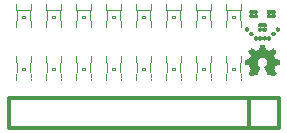
<source format=gto>
G04 (created by PCBNEW (2013-01-15 BZR 3905)-testing) date Thu 17 Jan 2013 07:41:06 PM CET*
%MOIN*%
G04 Gerber Fmt 3.4, Leading zero omitted, Abs format*
%FSLAX34Y34*%
G01*
G70*
G90*
G04 APERTURE LIST*
%ADD10C,0.006*%
%ADD11C,0.012*%
%ADD12C,0.0001*%
%ADD13C,0.0026*%
%ADD14C,0.004*%
%ADD15C,0.002*%
%ADD16R,0.06X0.06*%
%ADD17C,0.06*%
%ADD18R,0.0472X0.0472*%
G04 APERTURE END LIST*
G54D10*
G54D11*
X31500Y-36500D02*
X31500Y-35500D01*
X31500Y-35500D02*
X40500Y-35500D01*
X40500Y-35500D02*
X40500Y-36500D01*
X31500Y-36500D02*
X40500Y-36500D01*
X39500Y-36500D02*
X39500Y-35500D01*
G54D12*
G36*
X39602Y-34781D02*
X39609Y-34778D01*
X39622Y-34769D01*
X39642Y-34756D01*
X39665Y-34741D01*
X39689Y-34725D01*
X39708Y-34712D01*
X39722Y-34703D01*
X39727Y-34700D01*
X39730Y-34701D01*
X39741Y-34707D01*
X39757Y-34715D01*
X39767Y-34720D01*
X39782Y-34726D01*
X39789Y-34728D01*
X39790Y-34726D01*
X39796Y-34714D01*
X39804Y-34695D01*
X39815Y-34669D01*
X39828Y-34639D01*
X39842Y-34607D01*
X39855Y-34574D01*
X39868Y-34543D01*
X39880Y-34514D01*
X39889Y-34491D01*
X39895Y-34475D01*
X39898Y-34468D01*
X39897Y-34467D01*
X39890Y-34460D01*
X39877Y-34450D01*
X39849Y-34427D01*
X39821Y-34393D01*
X39804Y-34354D01*
X39799Y-34310D01*
X39803Y-34270D01*
X39819Y-34232D01*
X39846Y-34197D01*
X39879Y-34171D01*
X39917Y-34155D01*
X39960Y-34150D01*
X40001Y-34154D01*
X40040Y-34170D01*
X40075Y-34196D01*
X40090Y-34213D01*
X40110Y-34249D01*
X40122Y-34286D01*
X40123Y-34295D01*
X40121Y-34337D01*
X40109Y-34377D01*
X40087Y-34412D01*
X40057Y-34441D01*
X40053Y-34444D01*
X40039Y-34455D01*
X40029Y-34462D01*
X40022Y-34468D01*
X40075Y-34595D01*
X40083Y-34615D01*
X40098Y-34650D01*
X40110Y-34680D01*
X40121Y-34704D01*
X40128Y-34720D01*
X40131Y-34726D01*
X40131Y-34726D01*
X40136Y-34727D01*
X40145Y-34724D01*
X40163Y-34715D01*
X40175Y-34709D01*
X40188Y-34703D01*
X40194Y-34700D01*
X40200Y-34703D01*
X40213Y-34711D01*
X40231Y-34724D01*
X40254Y-34739D01*
X40276Y-34754D01*
X40296Y-34767D01*
X40310Y-34777D01*
X40317Y-34780D01*
X40318Y-34780D01*
X40325Y-34777D01*
X40336Y-34767D01*
X40353Y-34751D01*
X40378Y-34727D01*
X40382Y-34723D01*
X40402Y-34703D01*
X40418Y-34685D01*
X40429Y-34673D01*
X40433Y-34668D01*
X40433Y-34668D01*
X40429Y-34661D01*
X40420Y-34646D01*
X40407Y-34626D01*
X40391Y-34602D01*
X40349Y-34541D01*
X40372Y-34484D01*
X40379Y-34466D01*
X40388Y-34444D01*
X40395Y-34429D01*
X40398Y-34422D01*
X40405Y-34420D01*
X40420Y-34416D01*
X40443Y-34412D01*
X40471Y-34407D01*
X40497Y-34402D01*
X40520Y-34397D01*
X40537Y-34394D01*
X40545Y-34393D01*
X40547Y-34391D01*
X40548Y-34388D01*
X40549Y-34380D01*
X40550Y-34365D01*
X40550Y-34343D01*
X40550Y-34310D01*
X40550Y-34307D01*
X40550Y-34276D01*
X40549Y-34251D01*
X40548Y-34236D01*
X40547Y-34229D01*
X40547Y-34229D01*
X40540Y-34227D01*
X40523Y-34224D01*
X40500Y-34219D01*
X40472Y-34214D01*
X40470Y-34214D01*
X40442Y-34208D01*
X40419Y-34203D01*
X40402Y-34200D01*
X40395Y-34197D01*
X40394Y-34195D01*
X40388Y-34184D01*
X40380Y-34167D01*
X40371Y-34146D01*
X40362Y-34124D01*
X40354Y-34104D01*
X40349Y-34090D01*
X40347Y-34083D01*
X40347Y-34083D01*
X40351Y-34076D01*
X40361Y-34062D01*
X40375Y-34042D01*
X40391Y-34018D01*
X40392Y-34016D01*
X40408Y-33992D01*
X40421Y-33972D01*
X40430Y-33958D01*
X40433Y-33952D01*
X40433Y-33951D01*
X40428Y-33944D01*
X40416Y-33931D01*
X40398Y-33913D01*
X40378Y-33892D01*
X40371Y-33886D01*
X40348Y-33863D01*
X40332Y-33849D01*
X40322Y-33841D01*
X40318Y-33839D01*
X40317Y-33839D01*
X40310Y-33843D01*
X40295Y-33853D01*
X40275Y-33867D01*
X40251Y-33883D01*
X40250Y-33884D01*
X40226Y-33900D01*
X40206Y-33914D01*
X40192Y-33923D01*
X40186Y-33926D01*
X40185Y-33926D01*
X40176Y-33924D01*
X40159Y-33918D01*
X40138Y-33910D01*
X40116Y-33901D01*
X40096Y-33893D01*
X40082Y-33886D01*
X40075Y-33882D01*
X40074Y-33882D01*
X40072Y-33873D01*
X40068Y-33855D01*
X40063Y-33831D01*
X40057Y-33802D01*
X40056Y-33798D01*
X40051Y-33769D01*
X40047Y-33746D01*
X40043Y-33730D01*
X40042Y-33723D01*
X40038Y-33723D01*
X40024Y-33722D01*
X40003Y-33721D01*
X39977Y-33721D01*
X39951Y-33721D01*
X39925Y-33721D01*
X39903Y-33722D01*
X39887Y-33723D01*
X39880Y-33725D01*
X39880Y-33725D01*
X39878Y-33734D01*
X39874Y-33751D01*
X39869Y-33776D01*
X39863Y-33805D01*
X39862Y-33810D01*
X39857Y-33838D01*
X39852Y-33861D01*
X39849Y-33877D01*
X39847Y-33883D01*
X39845Y-33884D01*
X39833Y-33890D01*
X39814Y-33897D01*
X39791Y-33907D01*
X39737Y-33929D01*
X39671Y-33883D01*
X39665Y-33879D01*
X39641Y-33863D01*
X39621Y-33850D01*
X39607Y-33841D01*
X39602Y-33838D01*
X39601Y-33838D01*
X39595Y-33844D01*
X39582Y-33856D01*
X39564Y-33874D01*
X39543Y-33894D01*
X39527Y-33910D01*
X39509Y-33928D01*
X39498Y-33941D01*
X39491Y-33949D01*
X39489Y-33954D01*
X39490Y-33957D01*
X39494Y-33964D01*
X39504Y-33978D01*
X39517Y-33999D01*
X39533Y-34022D01*
X39547Y-34042D01*
X39561Y-34064D01*
X39570Y-34080D01*
X39574Y-34087D01*
X39573Y-34091D01*
X39568Y-34104D01*
X39560Y-34123D01*
X39550Y-34147D01*
X39527Y-34199D01*
X39493Y-34206D01*
X39472Y-34210D01*
X39443Y-34215D01*
X39415Y-34221D01*
X39371Y-34229D01*
X39370Y-34388D01*
X39377Y-34391D01*
X39383Y-34393D01*
X39399Y-34397D01*
X39422Y-34401D01*
X39449Y-34406D01*
X39473Y-34411D01*
X39496Y-34415D01*
X39513Y-34418D01*
X39520Y-34420D01*
X39522Y-34422D01*
X39528Y-34434D01*
X39536Y-34452D01*
X39545Y-34473D01*
X39555Y-34496D01*
X39563Y-34516D01*
X39569Y-34532D01*
X39571Y-34540D01*
X39568Y-34546D01*
X39559Y-34560D01*
X39546Y-34580D01*
X39530Y-34603D01*
X39514Y-34626D01*
X39501Y-34646D01*
X39491Y-34660D01*
X39488Y-34667D01*
X39490Y-34671D01*
X39499Y-34682D01*
X39516Y-34700D01*
X39542Y-34726D01*
X39547Y-34730D01*
X39567Y-34750D01*
X39585Y-34766D01*
X39597Y-34777D01*
X39602Y-34781D01*
X39602Y-34781D01*
G37*
G36*
X40183Y-33586D02*
X40198Y-33584D01*
X40211Y-33580D01*
X40217Y-33577D01*
X40230Y-33568D01*
X40240Y-33557D01*
X40247Y-33545D01*
X40252Y-33531D01*
X40255Y-33517D01*
X40254Y-33502D01*
X40251Y-33488D01*
X40244Y-33474D01*
X40240Y-33468D01*
X40234Y-33461D01*
X40227Y-33455D01*
X40221Y-33450D01*
X40219Y-33449D01*
X40206Y-33443D01*
X40193Y-33440D01*
X40178Y-33439D01*
X40173Y-33439D01*
X40165Y-33440D01*
X40158Y-33442D01*
X40150Y-33446D01*
X40141Y-33450D01*
X40129Y-33460D01*
X40120Y-33472D01*
X40112Y-33485D01*
X40110Y-33491D01*
X40108Y-33499D01*
X40107Y-33504D01*
X40107Y-33505D01*
X40107Y-33505D01*
X40107Y-33502D01*
X40107Y-33502D01*
X40104Y-33492D01*
X40101Y-33483D01*
X40096Y-33474D01*
X40088Y-33463D01*
X40077Y-33453D01*
X40064Y-33445D01*
X40049Y-33440D01*
X40034Y-33439D01*
X40030Y-33439D01*
X40018Y-33440D01*
X40007Y-33443D01*
X40005Y-33444D01*
X39992Y-33451D01*
X39981Y-33460D01*
X39972Y-33472D01*
X39965Y-33484D01*
X39961Y-33497D01*
X39961Y-33498D01*
X39960Y-33501D01*
X39960Y-33503D01*
X39960Y-33503D01*
X39960Y-33501D01*
X39959Y-33497D01*
X39959Y-33496D01*
X39954Y-33483D01*
X39947Y-33470D01*
X39938Y-33459D01*
X39929Y-33452D01*
X39916Y-33445D01*
X39902Y-33440D01*
X39886Y-33439D01*
X39875Y-33440D01*
X39861Y-33443D01*
X39847Y-33450D01*
X39835Y-33459D01*
X39826Y-33471D01*
X39824Y-33473D01*
X39821Y-33478D01*
X39819Y-33483D01*
X39818Y-33486D01*
X39815Y-33493D01*
X39814Y-33499D01*
X39813Y-33504D01*
X39813Y-33505D01*
X39813Y-33505D01*
X39812Y-33502D01*
X39811Y-33494D01*
X39807Y-33484D01*
X39803Y-33475D01*
X39794Y-33463D01*
X39782Y-33453D01*
X39769Y-33445D01*
X39755Y-33440D01*
X39740Y-33439D01*
X39726Y-33440D01*
X39711Y-33444D01*
X39698Y-33451D01*
X39686Y-33461D01*
X39680Y-33468D01*
X39675Y-33476D01*
X39670Y-33485D01*
X39668Y-33493D01*
X39665Y-33508D01*
X39666Y-33522D01*
X39669Y-33536D01*
X39675Y-33549D01*
X39683Y-33560D01*
X39693Y-33570D01*
X39705Y-33578D01*
X39718Y-33583D01*
X39733Y-33586D01*
X39735Y-33586D01*
X39750Y-33586D01*
X39764Y-33582D01*
X39777Y-33576D01*
X39782Y-33572D01*
X39792Y-33564D01*
X39801Y-33553D01*
X39807Y-33542D01*
X39808Y-33538D01*
X39810Y-33532D01*
X39812Y-33525D01*
X39813Y-33520D01*
X39813Y-33517D01*
X39813Y-33520D01*
X39813Y-33523D01*
X39815Y-33529D01*
X39817Y-33537D01*
X39819Y-33543D01*
X39823Y-33550D01*
X39832Y-33562D01*
X39843Y-33572D01*
X39856Y-33580D01*
X39871Y-33585D01*
X39873Y-33585D01*
X39883Y-33586D01*
X39894Y-33586D01*
X39904Y-33584D01*
X39914Y-33581D01*
X39927Y-33574D01*
X39940Y-33564D01*
X39940Y-33563D01*
X39949Y-33553D01*
X39955Y-33540D01*
X39959Y-33528D01*
X39959Y-33527D01*
X39960Y-33524D01*
X39960Y-33522D01*
X39960Y-33523D01*
X39961Y-33526D01*
X39961Y-33527D01*
X39963Y-33535D01*
X39966Y-33543D01*
X39971Y-33551D01*
X39977Y-33560D01*
X39988Y-33571D01*
X40001Y-33579D01*
X40016Y-33584D01*
X40018Y-33585D01*
X40028Y-33586D01*
X40039Y-33586D01*
X40049Y-33585D01*
X40057Y-33582D01*
X40071Y-33576D01*
X40083Y-33567D01*
X40093Y-33556D01*
X40101Y-33543D01*
X40102Y-33539D01*
X40105Y-33532D01*
X40106Y-33525D01*
X40107Y-33520D01*
X40107Y-33520D01*
X40107Y-33520D01*
X40108Y-33523D01*
X40108Y-33523D01*
X40110Y-33532D01*
X40114Y-33542D01*
X40118Y-33551D01*
X40120Y-33554D01*
X40129Y-33565D01*
X40141Y-33574D01*
X40154Y-33581D01*
X40168Y-33585D01*
X40183Y-33586D01*
X40183Y-33586D01*
G37*
G36*
X39587Y-33439D02*
X39596Y-33438D01*
X39604Y-33438D01*
X39614Y-33435D01*
X39628Y-33429D01*
X39640Y-33420D01*
X39650Y-33409D01*
X39658Y-33396D01*
X39663Y-33382D01*
X39665Y-33367D01*
X39664Y-33352D01*
X39660Y-33338D01*
X39654Y-33325D01*
X39644Y-33313D01*
X39632Y-33303D01*
X39629Y-33301D01*
X39614Y-33295D01*
X39600Y-33291D01*
X39584Y-33291D01*
X39569Y-33294D01*
X39557Y-33299D01*
X39544Y-33308D01*
X39534Y-33319D01*
X39525Y-33332D01*
X39520Y-33347D01*
X39518Y-33354D01*
X39518Y-33364D01*
X39518Y-33373D01*
X39519Y-33381D01*
X39520Y-33384D01*
X39526Y-33399D01*
X39534Y-33412D01*
X39546Y-33423D01*
X39559Y-33431D01*
X39565Y-33434D01*
X39574Y-33437D01*
X39582Y-33438D01*
X39587Y-33439D01*
X39587Y-33439D01*
G37*
G36*
X40330Y-33439D02*
X40345Y-33437D01*
X40360Y-33432D01*
X40374Y-33423D01*
X40377Y-33421D01*
X40387Y-33410D01*
X40395Y-33397D01*
X40400Y-33383D01*
X40402Y-33375D01*
X40402Y-33366D01*
X40402Y-33356D01*
X40401Y-33349D01*
X40400Y-33345D01*
X40394Y-33330D01*
X40386Y-33318D01*
X40375Y-33307D01*
X40362Y-33299D01*
X40348Y-33294D01*
X40333Y-33291D01*
X40327Y-33291D01*
X40312Y-33293D01*
X40298Y-33297D01*
X40286Y-33305D01*
X40275Y-33314D01*
X40266Y-33326D01*
X40260Y-33339D01*
X40256Y-33353D01*
X40255Y-33368D01*
X40256Y-33377D01*
X40258Y-33385D01*
X40261Y-33394D01*
X40267Y-33405D01*
X40276Y-33417D01*
X40288Y-33426D01*
X40301Y-33433D01*
X40315Y-33437D01*
X40330Y-33439D01*
X40330Y-33439D01*
G37*
G36*
X39440Y-33291D02*
X39450Y-33291D01*
X39459Y-33289D01*
X39470Y-33286D01*
X39483Y-33279D01*
X39496Y-33269D01*
X39504Y-33260D01*
X39511Y-33247D01*
X39516Y-33233D01*
X39517Y-33227D01*
X39517Y-33218D01*
X39517Y-33209D01*
X39516Y-33202D01*
X39515Y-33197D01*
X39509Y-33183D01*
X39501Y-33170D01*
X39490Y-33159D01*
X39476Y-33151D01*
X39471Y-33149D01*
X39462Y-33145D01*
X39452Y-33144D01*
X39441Y-33144D01*
X39434Y-33144D01*
X39426Y-33145D01*
X39419Y-33147D01*
X39411Y-33151D01*
X39406Y-33154D01*
X39394Y-33163D01*
X39384Y-33174D01*
X39376Y-33188D01*
X39371Y-33203D01*
X39371Y-33206D01*
X39370Y-33215D01*
X39370Y-33224D01*
X39371Y-33232D01*
X39372Y-33237D01*
X39378Y-33251D01*
X39387Y-33264D01*
X39397Y-33275D01*
X39411Y-33283D01*
X39425Y-33289D01*
X39430Y-33290D01*
X39440Y-33291D01*
X39440Y-33291D01*
G37*
G36*
X40032Y-33291D02*
X40046Y-33290D01*
X40060Y-33286D01*
X40069Y-33282D01*
X40081Y-33273D01*
X40092Y-33262D01*
X40100Y-33249D01*
X40105Y-33235D01*
X40106Y-33232D01*
X40107Y-33220D01*
X40107Y-33209D01*
X40104Y-33196D01*
X40098Y-33181D01*
X40089Y-33169D01*
X40078Y-33159D01*
X40065Y-33151D01*
X40050Y-33145D01*
X40041Y-33143D01*
X40046Y-33142D01*
X40047Y-33142D01*
X40057Y-33139D01*
X40068Y-33134D01*
X40079Y-33128D01*
X40080Y-33126D01*
X40091Y-33116D01*
X40099Y-33103D01*
X40104Y-33089D01*
X40107Y-33075D01*
X40107Y-33061D01*
X40103Y-33047D01*
X40097Y-33033D01*
X40097Y-33032D01*
X40087Y-33020D01*
X40076Y-33010D01*
X40064Y-33003D01*
X40050Y-32999D01*
X40036Y-32997D01*
X40022Y-32998D01*
X40008Y-33001D01*
X39995Y-33008D01*
X39982Y-33017D01*
X39976Y-33024D01*
X39969Y-33035D01*
X39963Y-33046D01*
X39961Y-33057D01*
X39960Y-33060D01*
X39960Y-33061D01*
X39960Y-33060D01*
X39959Y-33057D01*
X39957Y-33047D01*
X39952Y-33037D01*
X39946Y-33027D01*
X39942Y-33022D01*
X39931Y-33012D01*
X39918Y-33004D01*
X39904Y-32999D01*
X39889Y-32997D01*
X39874Y-32998D01*
X39865Y-33000D01*
X39851Y-33006D01*
X39839Y-33014D01*
X39828Y-33025D01*
X39820Y-33038D01*
X39815Y-33053D01*
X39814Y-33060D01*
X39813Y-33075D01*
X39816Y-33089D01*
X39821Y-33103D01*
X39829Y-33116D01*
X39840Y-33126D01*
X39853Y-33135D01*
X39859Y-33138D01*
X39866Y-33140D01*
X39872Y-33142D01*
X39877Y-33143D01*
X39877Y-33143D01*
X39877Y-33143D01*
X39874Y-33144D01*
X39867Y-33146D01*
X39857Y-33150D01*
X39848Y-33154D01*
X39844Y-33157D01*
X39834Y-33166D01*
X39825Y-33176D01*
X39819Y-33187D01*
X39815Y-33200D01*
X39813Y-33213D01*
X39813Y-33226D01*
X39814Y-33228D01*
X39818Y-33244D01*
X39825Y-33257D01*
X39835Y-33269D01*
X39843Y-33277D01*
X39856Y-33285D01*
X39871Y-33289D01*
X39876Y-33290D01*
X39884Y-33291D01*
X39893Y-33290D01*
X39901Y-33290D01*
X39907Y-33288D01*
X39912Y-33287D01*
X39926Y-33280D01*
X39938Y-33270D01*
X39948Y-33258D01*
X39952Y-33252D01*
X39956Y-33242D01*
X39959Y-33232D01*
X39959Y-33232D01*
X39960Y-33228D01*
X39960Y-33227D01*
X39960Y-33227D01*
X39960Y-33207D01*
X39960Y-33207D01*
X39960Y-33206D01*
X39959Y-33202D01*
X39959Y-33201D01*
X39954Y-33188D01*
X39947Y-33175D01*
X39938Y-33164D01*
X39927Y-33155D01*
X39914Y-33149D01*
X39913Y-33148D01*
X39907Y-33146D01*
X39901Y-33145D01*
X39894Y-33143D01*
X39900Y-33142D01*
X39909Y-33140D01*
X39922Y-33134D01*
X39934Y-33126D01*
X39945Y-33115D01*
X39953Y-33103D01*
X39955Y-33097D01*
X39958Y-33089D01*
X39959Y-33083D01*
X39960Y-33080D01*
X39960Y-33079D01*
X39960Y-33080D01*
X39961Y-33083D01*
X39962Y-33088D01*
X39964Y-33096D01*
X39967Y-33103D01*
X39972Y-33111D01*
X39982Y-33122D01*
X39993Y-33131D01*
X40006Y-33138D01*
X40020Y-33142D01*
X40026Y-33143D01*
X40020Y-33145D01*
X40019Y-33145D01*
X40012Y-33146D01*
X40006Y-33149D01*
X40005Y-33149D01*
X39992Y-33156D01*
X39981Y-33165D01*
X39972Y-33176D01*
X39965Y-33189D01*
X39961Y-33202D01*
X39961Y-33202D01*
X39960Y-33206D01*
X39960Y-33207D01*
X39960Y-33227D01*
X39960Y-33227D01*
X39960Y-33229D01*
X39961Y-33232D01*
X39964Y-33242D01*
X39970Y-33255D01*
X39979Y-33267D01*
X39990Y-33277D01*
X40003Y-33284D01*
X40003Y-33284D01*
X40017Y-33289D01*
X40032Y-33291D01*
X40032Y-33291D01*
G37*
G36*
X40471Y-33291D02*
X40483Y-33291D01*
X40494Y-33289D01*
X40501Y-33287D01*
X40515Y-33280D01*
X40527Y-33271D01*
X40537Y-33260D01*
X40544Y-33247D01*
X40548Y-33233D01*
X40550Y-33217D01*
X40550Y-33211D01*
X40547Y-33196D01*
X40541Y-33182D01*
X40532Y-33168D01*
X40529Y-33166D01*
X40519Y-33157D01*
X40507Y-33150D01*
X40494Y-33145D01*
X40493Y-33145D01*
X40482Y-33144D01*
X40470Y-33144D01*
X40459Y-33145D01*
X40455Y-33146D01*
X40441Y-33152D01*
X40429Y-33161D01*
X40419Y-33171D01*
X40411Y-33183D01*
X40405Y-33196D01*
X40403Y-33211D01*
X40403Y-33226D01*
X40406Y-33241D01*
X40411Y-33252D01*
X40420Y-33264D01*
X40431Y-33275D01*
X40443Y-33283D01*
X40458Y-33289D01*
X40459Y-33289D01*
X40471Y-33291D01*
X40471Y-33291D01*
G37*
G36*
X39741Y-32849D02*
X39756Y-32847D01*
X39770Y-32842D01*
X39777Y-32839D01*
X39783Y-32834D01*
X39790Y-32828D01*
X39798Y-32820D01*
X39806Y-32807D01*
X39811Y-32793D01*
X39812Y-32789D01*
X39813Y-32779D01*
X39813Y-32769D01*
X39811Y-32760D01*
X39807Y-32747D01*
X39801Y-32734D01*
X39792Y-32723D01*
X39790Y-32722D01*
X39783Y-32716D01*
X39775Y-32711D01*
X39768Y-32707D01*
X39765Y-32706D01*
X39759Y-32704D01*
X39753Y-32703D01*
X39749Y-32702D01*
X39746Y-32702D01*
X39749Y-32701D01*
X39753Y-32700D01*
X39757Y-32699D01*
X39763Y-32698D01*
X39774Y-32692D01*
X39785Y-32686D01*
X39793Y-32678D01*
X39795Y-32676D01*
X39804Y-32663D01*
X39810Y-32649D01*
X39813Y-32635D01*
X39813Y-32620D01*
X39812Y-32616D01*
X39808Y-32601D01*
X39801Y-32588D01*
X39791Y-32575D01*
X39782Y-32568D01*
X39769Y-32560D01*
X39755Y-32555D01*
X39752Y-32555D01*
X39742Y-32554D01*
X39732Y-32554D01*
X39722Y-32556D01*
X39714Y-32558D01*
X39700Y-32565D01*
X39688Y-32574D01*
X39679Y-32585D01*
X39671Y-32598D01*
X39667Y-32612D01*
X39666Y-32614D01*
X39665Y-32617D01*
X39665Y-32619D01*
X39664Y-32617D01*
X39664Y-32614D01*
X39663Y-32608D01*
X39660Y-32601D01*
X39658Y-32595D01*
X39655Y-32591D01*
X39646Y-32578D01*
X39635Y-32568D01*
X39622Y-32560D01*
X39608Y-32556D01*
X39592Y-32554D01*
X39580Y-32555D01*
X39566Y-32558D01*
X39553Y-32565D01*
X39545Y-32570D01*
X39534Y-32581D01*
X39526Y-32593D01*
X39520Y-32607D01*
X39518Y-32621D01*
X39518Y-32636D01*
X39521Y-32650D01*
X39527Y-32664D01*
X39536Y-32676D01*
X39547Y-32687D01*
X39561Y-32695D01*
X39576Y-32700D01*
X39584Y-32702D01*
X39579Y-32702D01*
X39576Y-32703D01*
X39564Y-32706D01*
X39553Y-32712D01*
X39542Y-32720D01*
X39533Y-32729D01*
X39528Y-32737D01*
X39523Y-32747D01*
X39520Y-32757D01*
X39518Y-32765D01*
X39518Y-32774D01*
X39518Y-32784D01*
X39519Y-32791D01*
X39522Y-32800D01*
X39529Y-32814D01*
X39538Y-32826D01*
X39550Y-32836D01*
X39563Y-32844D01*
X39579Y-32848D01*
X39583Y-32849D01*
X39592Y-32849D01*
X39601Y-32848D01*
X39610Y-32847D01*
X39616Y-32845D01*
X39630Y-32838D01*
X39642Y-32829D01*
X39652Y-32818D01*
X39659Y-32805D01*
X39664Y-32790D01*
X39664Y-32789D01*
X39665Y-32785D01*
X39665Y-32786D01*
X39665Y-32765D01*
X39665Y-32765D01*
X39664Y-32762D01*
X39664Y-32761D01*
X39661Y-32751D01*
X39657Y-32741D01*
X39651Y-32731D01*
X39646Y-32726D01*
X39635Y-32715D01*
X39621Y-32708D01*
X39606Y-32703D01*
X39599Y-32701D01*
X39604Y-32700D01*
X39609Y-32699D01*
X39613Y-32698D01*
X39616Y-32697D01*
X39630Y-32691D01*
X39642Y-32681D01*
X39652Y-32670D01*
X39659Y-32657D01*
X39664Y-32643D01*
X39664Y-32640D01*
X39665Y-32638D01*
X39666Y-32639D01*
X39667Y-32643D01*
X39667Y-32644D01*
X39669Y-32652D01*
X39673Y-32660D01*
X39677Y-32668D01*
X39681Y-32673D01*
X39688Y-32680D01*
X39695Y-32687D01*
X39702Y-32692D01*
X39703Y-32692D01*
X39714Y-32697D01*
X39726Y-32700D01*
X39731Y-32701D01*
X39725Y-32703D01*
X39712Y-32706D01*
X39699Y-32713D01*
X39687Y-32722D01*
X39678Y-32733D01*
X39676Y-32737D01*
X39672Y-32744D01*
X39669Y-32752D01*
X39667Y-32759D01*
X39666Y-32764D01*
X39666Y-32764D01*
X39665Y-32765D01*
X39665Y-32786D01*
X39666Y-32786D01*
X39666Y-32789D01*
X39667Y-32793D01*
X39669Y-32798D01*
X39672Y-32805D01*
X39679Y-32818D01*
X39689Y-32829D01*
X39700Y-32838D01*
X39713Y-32844D01*
X39727Y-32848D01*
X39741Y-32849D01*
X39741Y-32849D01*
G37*
G36*
X40185Y-32849D02*
X40199Y-32847D01*
X40213Y-32842D01*
X40226Y-32834D01*
X40236Y-32824D01*
X40245Y-32812D01*
X40251Y-32798D01*
X40253Y-32793D01*
X40254Y-32789D01*
X40254Y-32788D01*
X40255Y-32785D01*
X40255Y-32785D01*
X40255Y-32765D01*
X40254Y-32763D01*
X40253Y-32758D01*
X40250Y-32749D01*
X40244Y-32736D01*
X40235Y-32724D01*
X40223Y-32715D01*
X40210Y-32707D01*
X40196Y-32703D01*
X40189Y-32701D01*
X40194Y-32700D01*
X40194Y-32700D01*
X40206Y-32697D01*
X40218Y-32692D01*
X40222Y-32689D01*
X40230Y-32682D01*
X40237Y-32675D01*
X40243Y-32668D01*
X40246Y-32662D01*
X40251Y-32652D01*
X40253Y-32644D01*
X40254Y-32640D01*
X40255Y-32638D01*
X40255Y-32639D01*
X40256Y-32643D01*
X40259Y-32653D01*
X40266Y-32667D01*
X40276Y-32679D01*
X40287Y-32688D01*
X40300Y-32696D01*
X40316Y-32700D01*
X40321Y-32701D01*
X40314Y-32703D01*
X40307Y-32705D01*
X40293Y-32711D01*
X40280Y-32720D01*
X40270Y-32731D01*
X40266Y-32735D01*
X40263Y-32742D01*
X40259Y-32750D01*
X40257Y-32755D01*
X40256Y-32761D01*
X40256Y-32761D01*
X40255Y-32764D01*
X40255Y-32765D01*
X40255Y-32785D01*
X40255Y-32786D01*
X40256Y-32790D01*
X40257Y-32795D01*
X40262Y-32806D01*
X40267Y-32816D01*
X40272Y-32822D01*
X40283Y-32833D01*
X40296Y-32841D01*
X40311Y-32847D01*
X40317Y-32848D01*
X40327Y-32849D01*
X40338Y-32848D01*
X40347Y-32847D01*
X40348Y-32847D01*
X40363Y-32841D01*
X40376Y-32832D01*
X40386Y-32821D01*
X40395Y-32808D01*
X40400Y-32793D01*
X40402Y-32787D01*
X40402Y-32776D01*
X40402Y-32766D01*
X40400Y-32757D01*
X40398Y-32749D01*
X40393Y-32739D01*
X40387Y-32729D01*
X40380Y-32722D01*
X40371Y-32715D01*
X40361Y-32709D01*
X40358Y-32707D01*
X40351Y-32705D01*
X40344Y-32703D01*
X40339Y-32702D01*
X40338Y-32702D01*
X40340Y-32701D01*
X40344Y-32700D01*
X40353Y-32697D01*
X40362Y-32693D01*
X40370Y-32689D01*
X40372Y-32687D01*
X40382Y-32679D01*
X40390Y-32668D01*
X40396Y-32657D01*
X40399Y-32652D01*
X40402Y-32637D01*
X40402Y-32622D01*
X40400Y-32607D01*
X40399Y-32604D01*
X40392Y-32590D01*
X40383Y-32578D01*
X40372Y-32568D01*
X40359Y-32560D01*
X40344Y-32555D01*
X40342Y-32555D01*
X40332Y-32554D01*
X40321Y-32554D01*
X40312Y-32556D01*
X40309Y-32556D01*
X40295Y-32562D01*
X40282Y-32570D01*
X40271Y-32582D01*
X40262Y-32595D01*
X40260Y-32599D01*
X40258Y-32606D01*
X40256Y-32612D01*
X40256Y-32617D01*
X40256Y-32618D01*
X40255Y-32618D01*
X40254Y-32616D01*
X40253Y-32612D01*
X40251Y-32602D01*
X40244Y-32589D01*
X40235Y-32578D01*
X40224Y-32568D01*
X40211Y-32560D01*
X40211Y-32560D01*
X40198Y-32556D01*
X40183Y-32554D01*
X40168Y-32555D01*
X40154Y-32559D01*
X40146Y-32563D01*
X40133Y-32571D01*
X40123Y-32582D01*
X40115Y-32595D01*
X40109Y-32610D01*
X40109Y-32613D01*
X40107Y-32625D01*
X40108Y-32636D01*
X40111Y-32650D01*
X40117Y-32664D01*
X40126Y-32676D01*
X40137Y-32687D01*
X40150Y-32695D01*
X40165Y-32700D01*
X40168Y-32701D01*
X40171Y-32702D01*
X40171Y-32702D01*
X40167Y-32702D01*
X40158Y-32705D01*
X40149Y-32709D01*
X40140Y-32714D01*
X40132Y-32720D01*
X40122Y-32731D01*
X40114Y-32745D01*
X40113Y-32747D01*
X40108Y-32761D01*
X40107Y-32776D01*
X40109Y-32792D01*
X40114Y-32806D01*
X40117Y-32813D01*
X40122Y-32819D01*
X40128Y-32826D01*
X40128Y-32827D01*
X40140Y-32837D01*
X40154Y-32844D01*
X40168Y-32848D01*
X40170Y-32848D01*
X40185Y-32849D01*
X40185Y-32849D01*
G37*
G54D13*
X31882Y-34696D02*
X31754Y-34696D01*
X31754Y-34696D02*
X31754Y-34893D01*
X31882Y-34893D02*
X31754Y-34893D01*
X31882Y-34696D02*
X31882Y-34893D01*
X32127Y-34696D02*
X32068Y-34696D01*
X32068Y-34696D02*
X32068Y-34795D01*
X32127Y-34795D02*
X32068Y-34795D01*
X32127Y-34696D02*
X32127Y-34795D01*
X31932Y-34696D02*
X31873Y-34696D01*
X31873Y-34696D02*
X31873Y-34795D01*
X31932Y-34795D02*
X31873Y-34795D01*
X31932Y-34696D02*
X31932Y-34795D01*
X32078Y-34696D02*
X31922Y-34696D01*
X31922Y-34696D02*
X31922Y-34765D01*
X32078Y-34765D02*
X31922Y-34765D01*
X32078Y-34696D02*
X32078Y-34765D01*
X31882Y-34107D02*
X31754Y-34107D01*
X31754Y-34107D02*
X31754Y-34304D01*
X31882Y-34304D02*
X31754Y-34304D01*
X31882Y-34107D02*
X31882Y-34304D01*
X32246Y-34107D02*
X32118Y-34107D01*
X32118Y-34107D02*
X32118Y-34304D01*
X32246Y-34304D02*
X32118Y-34304D01*
X32246Y-34107D02*
X32246Y-34304D01*
X31932Y-34205D02*
X31873Y-34205D01*
X31873Y-34205D02*
X31873Y-34304D01*
X31932Y-34304D02*
X31873Y-34304D01*
X31932Y-34205D02*
X31932Y-34304D01*
X32127Y-34205D02*
X32068Y-34205D01*
X32068Y-34205D02*
X32068Y-34304D01*
X32127Y-34304D02*
X32068Y-34304D01*
X32127Y-34205D02*
X32127Y-34304D01*
X32078Y-34235D02*
X31922Y-34235D01*
X31922Y-34235D02*
X31922Y-34304D01*
X32078Y-34304D02*
X31922Y-34304D01*
X32078Y-34235D02*
X32078Y-34304D01*
X32039Y-34500D02*
X31961Y-34500D01*
X31961Y-34500D02*
X31961Y-34578D01*
X32039Y-34578D02*
X31961Y-34578D01*
X32039Y-34500D02*
X32039Y-34578D01*
X32236Y-34696D02*
X32118Y-34696D01*
X32118Y-34696D02*
X32118Y-34814D01*
X32236Y-34814D02*
X32118Y-34814D01*
X32236Y-34696D02*
X32236Y-34814D01*
X32246Y-34864D02*
X32157Y-34864D01*
X32157Y-34864D02*
X32157Y-34893D01*
X32246Y-34893D02*
X32157Y-34893D01*
X32246Y-34864D02*
X32246Y-34893D01*
G54D14*
X31774Y-34706D02*
X31774Y-34294D01*
X32226Y-34304D02*
X32226Y-34864D01*
G54D15*
X32205Y-34834D02*
G75*
G03X32205Y-34834I-28J0D01*
G74*
G01*
G54D14*
X32137Y-34893D02*
G75*
G03X31863Y-34893I-137J0D01*
G74*
G01*
X31863Y-34107D02*
G75*
G03X32137Y-34107I137J0D01*
G74*
G01*
G54D13*
X37882Y-34696D02*
X37754Y-34696D01*
X37754Y-34696D02*
X37754Y-34893D01*
X37882Y-34893D02*
X37754Y-34893D01*
X37882Y-34696D02*
X37882Y-34893D01*
X38127Y-34696D02*
X38068Y-34696D01*
X38068Y-34696D02*
X38068Y-34795D01*
X38127Y-34795D02*
X38068Y-34795D01*
X38127Y-34696D02*
X38127Y-34795D01*
X37932Y-34696D02*
X37873Y-34696D01*
X37873Y-34696D02*
X37873Y-34795D01*
X37932Y-34795D02*
X37873Y-34795D01*
X37932Y-34696D02*
X37932Y-34795D01*
X38078Y-34696D02*
X37922Y-34696D01*
X37922Y-34696D02*
X37922Y-34765D01*
X38078Y-34765D02*
X37922Y-34765D01*
X38078Y-34696D02*
X38078Y-34765D01*
X37882Y-34107D02*
X37754Y-34107D01*
X37754Y-34107D02*
X37754Y-34304D01*
X37882Y-34304D02*
X37754Y-34304D01*
X37882Y-34107D02*
X37882Y-34304D01*
X38246Y-34107D02*
X38118Y-34107D01*
X38118Y-34107D02*
X38118Y-34304D01*
X38246Y-34304D02*
X38118Y-34304D01*
X38246Y-34107D02*
X38246Y-34304D01*
X37932Y-34205D02*
X37873Y-34205D01*
X37873Y-34205D02*
X37873Y-34304D01*
X37932Y-34304D02*
X37873Y-34304D01*
X37932Y-34205D02*
X37932Y-34304D01*
X38127Y-34205D02*
X38068Y-34205D01*
X38068Y-34205D02*
X38068Y-34304D01*
X38127Y-34304D02*
X38068Y-34304D01*
X38127Y-34205D02*
X38127Y-34304D01*
X38078Y-34235D02*
X37922Y-34235D01*
X37922Y-34235D02*
X37922Y-34304D01*
X38078Y-34304D02*
X37922Y-34304D01*
X38078Y-34235D02*
X38078Y-34304D01*
X38039Y-34500D02*
X37961Y-34500D01*
X37961Y-34500D02*
X37961Y-34578D01*
X38039Y-34578D02*
X37961Y-34578D01*
X38039Y-34500D02*
X38039Y-34578D01*
X38236Y-34696D02*
X38118Y-34696D01*
X38118Y-34696D02*
X38118Y-34814D01*
X38236Y-34814D02*
X38118Y-34814D01*
X38236Y-34696D02*
X38236Y-34814D01*
X38246Y-34864D02*
X38157Y-34864D01*
X38157Y-34864D02*
X38157Y-34893D01*
X38246Y-34893D02*
X38157Y-34893D01*
X38246Y-34864D02*
X38246Y-34893D01*
G54D14*
X37774Y-34706D02*
X37774Y-34294D01*
X38226Y-34304D02*
X38226Y-34864D01*
G54D15*
X38205Y-34834D02*
G75*
G03X38205Y-34834I-28J0D01*
G74*
G01*
G54D14*
X38137Y-34893D02*
G75*
G03X37863Y-34893I-137J0D01*
G74*
G01*
X37863Y-34107D02*
G75*
G03X38137Y-34107I137J0D01*
G74*
G01*
G54D13*
X32882Y-34696D02*
X32754Y-34696D01*
X32754Y-34696D02*
X32754Y-34893D01*
X32882Y-34893D02*
X32754Y-34893D01*
X32882Y-34696D02*
X32882Y-34893D01*
X33127Y-34696D02*
X33068Y-34696D01*
X33068Y-34696D02*
X33068Y-34795D01*
X33127Y-34795D02*
X33068Y-34795D01*
X33127Y-34696D02*
X33127Y-34795D01*
X32932Y-34696D02*
X32873Y-34696D01*
X32873Y-34696D02*
X32873Y-34795D01*
X32932Y-34795D02*
X32873Y-34795D01*
X32932Y-34696D02*
X32932Y-34795D01*
X33078Y-34696D02*
X32922Y-34696D01*
X32922Y-34696D02*
X32922Y-34765D01*
X33078Y-34765D02*
X32922Y-34765D01*
X33078Y-34696D02*
X33078Y-34765D01*
X32882Y-34107D02*
X32754Y-34107D01*
X32754Y-34107D02*
X32754Y-34304D01*
X32882Y-34304D02*
X32754Y-34304D01*
X32882Y-34107D02*
X32882Y-34304D01*
X33246Y-34107D02*
X33118Y-34107D01*
X33118Y-34107D02*
X33118Y-34304D01*
X33246Y-34304D02*
X33118Y-34304D01*
X33246Y-34107D02*
X33246Y-34304D01*
X32932Y-34205D02*
X32873Y-34205D01*
X32873Y-34205D02*
X32873Y-34304D01*
X32932Y-34304D02*
X32873Y-34304D01*
X32932Y-34205D02*
X32932Y-34304D01*
X33127Y-34205D02*
X33068Y-34205D01*
X33068Y-34205D02*
X33068Y-34304D01*
X33127Y-34304D02*
X33068Y-34304D01*
X33127Y-34205D02*
X33127Y-34304D01*
X33078Y-34235D02*
X32922Y-34235D01*
X32922Y-34235D02*
X32922Y-34304D01*
X33078Y-34304D02*
X32922Y-34304D01*
X33078Y-34235D02*
X33078Y-34304D01*
X33039Y-34500D02*
X32961Y-34500D01*
X32961Y-34500D02*
X32961Y-34578D01*
X33039Y-34578D02*
X32961Y-34578D01*
X33039Y-34500D02*
X33039Y-34578D01*
X33236Y-34696D02*
X33118Y-34696D01*
X33118Y-34696D02*
X33118Y-34814D01*
X33236Y-34814D02*
X33118Y-34814D01*
X33236Y-34696D02*
X33236Y-34814D01*
X33246Y-34864D02*
X33157Y-34864D01*
X33157Y-34864D02*
X33157Y-34893D01*
X33246Y-34893D02*
X33157Y-34893D01*
X33246Y-34864D02*
X33246Y-34893D01*
G54D14*
X32774Y-34706D02*
X32774Y-34294D01*
X33226Y-34304D02*
X33226Y-34864D01*
G54D15*
X33205Y-34834D02*
G75*
G03X33205Y-34834I-28J0D01*
G74*
G01*
G54D14*
X33137Y-34893D02*
G75*
G03X32863Y-34893I-137J0D01*
G74*
G01*
X32863Y-34107D02*
G75*
G03X33137Y-34107I137J0D01*
G74*
G01*
G54D13*
X33882Y-34696D02*
X33754Y-34696D01*
X33754Y-34696D02*
X33754Y-34893D01*
X33882Y-34893D02*
X33754Y-34893D01*
X33882Y-34696D02*
X33882Y-34893D01*
X34127Y-34696D02*
X34068Y-34696D01*
X34068Y-34696D02*
X34068Y-34795D01*
X34127Y-34795D02*
X34068Y-34795D01*
X34127Y-34696D02*
X34127Y-34795D01*
X33932Y-34696D02*
X33873Y-34696D01*
X33873Y-34696D02*
X33873Y-34795D01*
X33932Y-34795D02*
X33873Y-34795D01*
X33932Y-34696D02*
X33932Y-34795D01*
X34078Y-34696D02*
X33922Y-34696D01*
X33922Y-34696D02*
X33922Y-34765D01*
X34078Y-34765D02*
X33922Y-34765D01*
X34078Y-34696D02*
X34078Y-34765D01*
X33882Y-34107D02*
X33754Y-34107D01*
X33754Y-34107D02*
X33754Y-34304D01*
X33882Y-34304D02*
X33754Y-34304D01*
X33882Y-34107D02*
X33882Y-34304D01*
X34246Y-34107D02*
X34118Y-34107D01*
X34118Y-34107D02*
X34118Y-34304D01*
X34246Y-34304D02*
X34118Y-34304D01*
X34246Y-34107D02*
X34246Y-34304D01*
X33932Y-34205D02*
X33873Y-34205D01*
X33873Y-34205D02*
X33873Y-34304D01*
X33932Y-34304D02*
X33873Y-34304D01*
X33932Y-34205D02*
X33932Y-34304D01*
X34127Y-34205D02*
X34068Y-34205D01*
X34068Y-34205D02*
X34068Y-34304D01*
X34127Y-34304D02*
X34068Y-34304D01*
X34127Y-34205D02*
X34127Y-34304D01*
X34078Y-34235D02*
X33922Y-34235D01*
X33922Y-34235D02*
X33922Y-34304D01*
X34078Y-34304D02*
X33922Y-34304D01*
X34078Y-34235D02*
X34078Y-34304D01*
X34039Y-34500D02*
X33961Y-34500D01*
X33961Y-34500D02*
X33961Y-34578D01*
X34039Y-34578D02*
X33961Y-34578D01*
X34039Y-34500D02*
X34039Y-34578D01*
X34236Y-34696D02*
X34118Y-34696D01*
X34118Y-34696D02*
X34118Y-34814D01*
X34236Y-34814D02*
X34118Y-34814D01*
X34236Y-34696D02*
X34236Y-34814D01*
X34246Y-34864D02*
X34157Y-34864D01*
X34157Y-34864D02*
X34157Y-34893D01*
X34246Y-34893D02*
X34157Y-34893D01*
X34246Y-34864D02*
X34246Y-34893D01*
G54D14*
X33774Y-34706D02*
X33774Y-34294D01*
X34226Y-34304D02*
X34226Y-34864D01*
G54D15*
X34205Y-34834D02*
G75*
G03X34205Y-34834I-28J0D01*
G74*
G01*
G54D14*
X34137Y-34893D02*
G75*
G03X33863Y-34893I-137J0D01*
G74*
G01*
X33863Y-34107D02*
G75*
G03X34137Y-34107I137J0D01*
G74*
G01*
G54D13*
X34882Y-34696D02*
X34754Y-34696D01*
X34754Y-34696D02*
X34754Y-34893D01*
X34882Y-34893D02*
X34754Y-34893D01*
X34882Y-34696D02*
X34882Y-34893D01*
X35127Y-34696D02*
X35068Y-34696D01*
X35068Y-34696D02*
X35068Y-34795D01*
X35127Y-34795D02*
X35068Y-34795D01*
X35127Y-34696D02*
X35127Y-34795D01*
X34932Y-34696D02*
X34873Y-34696D01*
X34873Y-34696D02*
X34873Y-34795D01*
X34932Y-34795D02*
X34873Y-34795D01*
X34932Y-34696D02*
X34932Y-34795D01*
X35078Y-34696D02*
X34922Y-34696D01*
X34922Y-34696D02*
X34922Y-34765D01*
X35078Y-34765D02*
X34922Y-34765D01*
X35078Y-34696D02*
X35078Y-34765D01*
X34882Y-34107D02*
X34754Y-34107D01*
X34754Y-34107D02*
X34754Y-34304D01*
X34882Y-34304D02*
X34754Y-34304D01*
X34882Y-34107D02*
X34882Y-34304D01*
X35246Y-34107D02*
X35118Y-34107D01*
X35118Y-34107D02*
X35118Y-34304D01*
X35246Y-34304D02*
X35118Y-34304D01*
X35246Y-34107D02*
X35246Y-34304D01*
X34932Y-34205D02*
X34873Y-34205D01*
X34873Y-34205D02*
X34873Y-34304D01*
X34932Y-34304D02*
X34873Y-34304D01*
X34932Y-34205D02*
X34932Y-34304D01*
X35127Y-34205D02*
X35068Y-34205D01*
X35068Y-34205D02*
X35068Y-34304D01*
X35127Y-34304D02*
X35068Y-34304D01*
X35127Y-34205D02*
X35127Y-34304D01*
X35078Y-34235D02*
X34922Y-34235D01*
X34922Y-34235D02*
X34922Y-34304D01*
X35078Y-34304D02*
X34922Y-34304D01*
X35078Y-34235D02*
X35078Y-34304D01*
X35039Y-34500D02*
X34961Y-34500D01*
X34961Y-34500D02*
X34961Y-34578D01*
X35039Y-34578D02*
X34961Y-34578D01*
X35039Y-34500D02*
X35039Y-34578D01*
X35236Y-34696D02*
X35118Y-34696D01*
X35118Y-34696D02*
X35118Y-34814D01*
X35236Y-34814D02*
X35118Y-34814D01*
X35236Y-34696D02*
X35236Y-34814D01*
X35246Y-34864D02*
X35157Y-34864D01*
X35157Y-34864D02*
X35157Y-34893D01*
X35246Y-34893D02*
X35157Y-34893D01*
X35246Y-34864D02*
X35246Y-34893D01*
G54D14*
X34774Y-34706D02*
X34774Y-34294D01*
X35226Y-34304D02*
X35226Y-34864D01*
G54D15*
X35205Y-34834D02*
G75*
G03X35205Y-34834I-28J0D01*
G74*
G01*
G54D14*
X35137Y-34893D02*
G75*
G03X34863Y-34893I-137J0D01*
G74*
G01*
X34863Y-34107D02*
G75*
G03X35137Y-34107I137J0D01*
G74*
G01*
G54D13*
X35882Y-34696D02*
X35754Y-34696D01*
X35754Y-34696D02*
X35754Y-34893D01*
X35882Y-34893D02*
X35754Y-34893D01*
X35882Y-34696D02*
X35882Y-34893D01*
X36127Y-34696D02*
X36068Y-34696D01*
X36068Y-34696D02*
X36068Y-34795D01*
X36127Y-34795D02*
X36068Y-34795D01*
X36127Y-34696D02*
X36127Y-34795D01*
X35932Y-34696D02*
X35873Y-34696D01*
X35873Y-34696D02*
X35873Y-34795D01*
X35932Y-34795D02*
X35873Y-34795D01*
X35932Y-34696D02*
X35932Y-34795D01*
X36078Y-34696D02*
X35922Y-34696D01*
X35922Y-34696D02*
X35922Y-34765D01*
X36078Y-34765D02*
X35922Y-34765D01*
X36078Y-34696D02*
X36078Y-34765D01*
X35882Y-34107D02*
X35754Y-34107D01*
X35754Y-34107D02*
X35754Y-34304D01*
X35882Y-34304D02*
X35754Y-34304D01*
X35882Y-34107D02*
X35882Y-34304D01*
X36246Y-34107D02*
X36118Y-34107D01*
X36118Y-34107D02*
X36118Y-34304D01*
X36246Y-34304D02*
X36118Y-34304D01*
X36246Y-34107D02*
X36246Y-34304D01*
X35932Y-34205D02*
X35873Y-34205D01*
X35873Y-34205D02*
X35873Y-34304D01*
X35932Y-34304D02*
X35873Y-34304D01*
X35932Y-34205D02*
X35932Y-34304D01*
X36127Y-34205D02*
X36068Y-34205D01*
X36068Y-34205D02*
X36068Y-34304D01*
X36127Y-34304D02*
X36068Y-34304D01*
X36127Y-34205D02*
X36127Y-34304D01*
X36078Y-34235D02*
X35922Y-34235D01*
X35922Y-34235D02*
X35922Y-34304D01*
X36078Y-34304D02*
X35922Y-34304D01*
X36078Y-34235D02*
X36078Y-34304D01*
X36039Y-34500D02*
X35961Y-34500D01*
X35961Y-34500D02*
X35961Y-34578D01*
X36039Y-34578D02*
X35961Y-34578D01*
X36039Y-34500D02*
X36039Y-34578D01*
X36236Y-34696D02*
X36118Y-34696D01*
X36118Y-34696D02*
X36118Y-34814D01*
X36236Y-34814D02*
X36118Y-34814D01*
X36236Y-34696D02*
X36236Y-34814D01*
X36246Y-34864D02*
X36157Y-34864D01*
X36157Y-34864D02*
X36157Y-34893D01*
X36246Y-34893D02*
X36157Y-34893D01*
X36246Y-34864D02*
X36246Y-34893D01*
G54D14*
X35774Y-34706D02*
X35774Y-34294D01*
X36226Y-34304D02*
X36226Y-34864D01*
G54D15*
X36205Y-34834D02*
G75*
G03X36205Y-34834I-28J0D01*
G74*
G01*
G54D14*
X36137Y-34893D02*
G75*
G03X35863Y-34893I-137J0D01*
G74*
G01*
X35863Y-34107D02*
G75*
G03X36137Y-34107I137J0D01*
G74*
G01*
G54D13*
X36882Y-34696D02*
X36754Y-34696D01*
X36754Y-34696D02*
X36754Y-34893D01*
X36882Y-34893D02*
X36754Y-34893D01*
X36882Y-34696D02*
X36882Y-34893D01*
X37127Y-34696D02*
X37068Y-34696D01*
X37068Y-34696D02*
X37068Y-34795D01*
X37127Y-34795D02*
X37068Y-34795D01*
X37127Y-34696D02*
X37127Y-34795D01*
X36932Y-34696D02*
X36873Y-34696D01*
X36873Y-34696D02*
X36873Y-34795D01*
X36932Y-34795D02*
X36873Y-34795D01*
X36932Y-34696D02*
X36932Y-34795D01*
X37078Y-34696D02*
X36922Y-34696D01*
X36922Y-34696D02*
X36922Y-34765D01*
X37078Y-34765D02*
X36922Y-34765D01*
X37078Y-34696D02*
X37078Y-34765D01*
X36882Y-34107D02*
X36754Y-34107D01*
X36754Y-34107D02*
X36754Y-34304D01*
X36882Y-34304D02*
X36754Y-34304D01*
X36882Y-34107D02*
X36882Y-34304D01*
X37246Y-34107D02*
X37118Y-34107D01*
X37118Y-34107D02*
X37118Y-34304D01*
X37246Y-34304D02*
X37118Y-34304D01*
X37246Y-34107D02*
X37246Y-34304D01*
X36932Y-34205D02*
X36873Y-34205D01*
X36873Y-34205D02*
X36873Y-34304D01*
X36932Y-34304D02*
X36873Y-34304D01*
X36932Y-34205D02*
X36932Y-34304D01*
X37127Y-34205D02*
X37068Y-34205D01*
X37068Y-34205D02*
X37068Y-34304D01*
X37127Y-34304D02*
X37068Y-34304D01*
X37127Y-34205D02*
X37127Y-34304D01*
X37078Y-34235D02*
X36922Y-34235D01*
X36922Y-34235D02*
X36922Y-34304D01*
X37078Y-34304D02*
X36922Y-34304D01*
X37078Y-34235D02*
X37078Y-34304D01*
X37039Y-34500D02*
X36961Y-34500D01*
X36961Y-34500D02*
X36961Y-34578D01*
X37039Y-34578D02*
X36961Y-34578D01*
X37039Y-34500D02*
X37039Y-34578D01*
X37236Y-34696D02*
X37118Y-34696D01*
X37118Y-34696D02*
X37118Y-34814D01*
X37236Y-34814D02*
X37118Y-34814D01*
X37236Y-34696D02*
X37236Y-34814D01*
X37246Y-34864D02*
X37157Y-34864D01*
X37157Y-34864D02*
X37157Y-34893D01*
X37246Y-34893D02*
X37157Y-34893D01*
X37246Y-34864D02*
X37246Y-34893D01*
G54D14*
X36774Y-34706D02*
X36774Y-34294D01*
X37226Y-34304D02*
X37226Y-34864D01*
G54D15*
X37205Y-34834D02*
G75*
G03X37205Y-34834I-28J0D01*
G74*
G01*
G54D14*
X37137Y-34893D02*
G75*
G03X36863Y-34893I-137J0D01*
G74*
G01*
X36863Y-34107D02*
G75*
G03X37137Y-34107I137J0D01*
G74*
G01*
G54D13*
X38882Y-34696D02*
X38754Y-34696D01*
X38754Y-34696D02*
X38754Y-34893D01*
X38882Y-34893D02*
X38754Y-34893D01*
X38882Y-34696D02*
X38882Y-34893D01*
X39127Y-34696D02*
X39068Y-34696D01*
X39068Y-34696D02*
X39068Y-34795D01*
X39127Y-34795D02*
X39068Y-34795D01*
X39127Y-34696D02*
X39127Y-34795D01*
X38932Y-34696D02*
X38873Y-34696D01*
X38873Y-34696D02*
X38873Y-34795D01*
X38932Y-34795D02*
X38873Y-34795D01*
X38932Y-34696D02*
X38932Y-34795D01*
X39078Y-34696D02*
X38922Y-34696D01*
X38922Y-34696D02*
X38922Y-34765D01*
X39078Y-34765D02*
X38922Y-34765D01*
X39078Y-34696D02*
X39078Y-34765D01*
X38882Y-34107D02*
X38754Y-34107D01*
X38754Y-34107D02*
X38754Y-34304D01*
X38882Y-34304D02*
X38754Y-34304D01*
X38882Y-34107D02*
X38882Y-34304D01*
X39246Y-34107D02*
X39118Y-34107D01*
X39118Y-34107D02*
X39118Y-34304D01*
X39246Y-34304D02*
X39118Y-34304D01*
X39246Y-34107D02*
X39246Y-34304D01*
X38932Y-34205D02*
X38873Y-34205D01*
X38873Y-34205D02*
X38873Y-34304D01*
X38932Y-34304D02*
X38873Y-34304D01*
X38932Y-34205D02*
X38932Y-34304D01*
X39127Y-34205D02*
X39068Y-34205D01*
X39068Y-34205D02*
X39068Y-34304D01*
X39127Y-34304D02*
X39068Y-34304D01*
X39127Y-34205D02*
X39127Y-34304D01*
X39078Y-34235D02*
X38922Y-34235D01*
X38922Y-34235D02*
X38922Y-34304D01*
X39078Y-34304D02*
X38922Y-34304D01*
X39078Y-34235D02*
X39078Y-34304D01*
X39039Y-34500D02*
X38961Y-34500D01*
X38961Y-34500D02*
X38961Y-34578D01*
X39039Y-34578D02*
X38961Y-34578D01*
X39039Y-34500D02*
X39039Y-34578D01*
X39236Y-34696D02*
X39118Y-34696D01*
X39118Y-34696D02*
X39118Y-34814D01*
X39236Y-34814D02*
X39118Y-34814D01*
X39236Y-34696D02*
X39236Y-34814D01*
X39246Y-34864D02*
X39157Y-34864D01*
X39157Y-34864D02*
X39157Y-34893D01*
X39246Y-34893D02*
X39157Y-34893D01*
X39246Y-34864D02*
X39246Y-34893D01*
G54D14*
X38774Y-34706D02*
X38774Y-34294D01*
X39226Y-34304D02*
X39226Y-34864D01*
G54D15*
X39205Y-34834D02*
G75*
G03X39205Y-34834I-28J0D01*
G74*
G01*
G54D14*
X39137Y-34893D02*
G75*
G03X38863Y-34893I-137J0D01*
G74*
G01*
X38863Y-34107D02*
G75*
G03X39137Y-34107I137J0D01*
G74*
G01*
G54D13*
X31882Y-32946D02*
X31754Y-32946D01*
X31754Y-32946D02*
X31754Y-33143D01*
X31882Y-33143D02*
X31754Y-33143D01*
X31882Y-32946D02*
X31882Y-33143D01*
X32127Y-32946D02*
X32068Y-32946D01*
X32068Y-32946D02*
X32068Y-33045D01*
X32127Y-33045D02*
X32068Y-33045D01*
X32127Y-32946D02*
X32127Y-33045D01*
X31932Y-32946D02*
X31873Y-32946D01*
X31873Y-32946D02*
X31873Y-33045D01*
X31932Y-33045D02*
X31873Y-33045D01*
X31932Y-32946D02*
X31932Y-33045D01*
X32078Y-32946D02*
X31922Y-32946D01*
X31922Y-32946D02*
X31922Y-33015D01*
X32078Y-33015D02*
X31922Y-33015D01*
X32078Y-32946D02*
X32078Y-33015D01*
X31882Y-32357D02*
X31754Y-32357D01*
X31754Y-32357D02*
X31754Y-32554D01*
X31882Y-32554D02*
X31754Y-32554D01*
X31882Y-32357D02*
X31882Y-32554D01*
X32246Y-32357D02*
X32118Y-32357D01*
X32118Y-32357D02*
X32118Y-32554D01*
X32246Y-32554D02*
X32118Y-32554D01*
X32246Y-32357D02*
X32246Y-32554D01*
X31932Y-32455D02*
X31873Y-32455D01*
X31873Y-32455D02*
X31873Y-32554D01*
X31932Y-32554D02*
X31873Y-32554D01*
X31932Y-32455D02*
X31932Y-32554D01*
X32127Y-32455D02*
X32068Y-32455D01*
X32068Y-32455D02*
X32068Y-32554D01*
X32127Y-32554D02*
X32068Y-32554D01*
X32127Y-32455D02*
X32127Y-32554D01*
X32078Y-32485D02*
X31922Y-32485D01*
X31922Y-32485D02*
X31922Y-32554D01*
X32078Y-32554D02*
X31922Y-32554D01*
X32078Y-32485D02*
X32078Y-32554D01*
X32039Y-32750D02*
X31961Y-32750D01*
X31961Y-32750D02*
X31961Y-32828D01*
X32039Y-32828D02*
X31961Y-32828D01*
X32039Y-32750D02*
X32039Y-32828D01*
X32236Y-32946D02*
X32118Y-32946D01*
X32118Y-32946D02*
X32118Y-33064D01*
X32236Y-33064D02*
X32118Y-33064D01*
X32236Y-32946D02*
X32236Y-33064D01*
X32246Y-33114D02*
X32157Y-33114D01*
X32157Y-33114D02*
X32157Y-33143D01*
X32246Y-33143D02*
X32157Y-33143D01*
X32246Y-33114D02*
X32246Y-33143D01*
G54D14*
X31774Y-32956D02*
X31774Y-32544D01*
X32226Y-32554D02*
X32226Y-33114D01*
G54D15*
X32205Y-33084D02*
G75*
G03X32205Y-33084I-28J0D01*
G74*
G01*
G54D14*
X32137Y-33143D02*
G75*
G03X31863Y-33143I-137J0D01*
G74*
G01*
X31863Y-32357D02*
G75*
G03X32137Y-32357I137J0D01*
G74*
G01*
G54D13*
X32882Y-32946D02*
X32754Y-32946D01*
X32754Y-32946D02*
X32754Y-33143D01*
X32882Y-33143D02*
X32754Y-33143D01*
X32882Y-32946D02*
X32882Y-33143D01*
X33127Y-32946D02*
X33068Y-32946D01*
X33068Y-32946D02*
X33068Y-33045D01*
X33127Y-33045D02*
X33068Y-33045D01*
X33127Y-32946D02*
X33127Y-33045D01*
X32932Y-32946D02*
X32873Y-32946D01*
X32873Y-32946D02*
X32873Y-33045D01*
X32932Y-33045D02*
X32873Y-33045D01*
X32932Y-32946D02*
X32932Y-33045D01*
X33078Y-32946D02*
X32922Y-32946D01*
X32922Y-32946D02*
X32922Y-33015D01*
X33078Y-33015D02*
X32922Y-33015D01*
X33078Y-32946D02*
X33078Y-33015D01*
X32882Y-32357D02*
X32754Y-32357D01*
X32754Y-32357D02*
X32754Y-32554D01*
X32882Y-32554D02*
X32754Y-32554D01*
X32882Y-32357D02*
X32882Y-32554D01*
X33246Y-32357D02*
X33118Y-32357D01*
X33118Y-32357D02*
X33118Y-32554D01*
X33246Y-32554D02*
X33118Y-32554D01*
X33246Y-32357D02*
X33246Y-32554D01*
X32932Y-32455D02*
X32873Y-32455D01*
X32873Y-32455D02*
X32873Y-32554D01*
X32932Y-32554D02*
X32873Y-32554D01*
X32932Y-32455D02*
X32932Y-32554D01*
X33127Y-32455D02*
X33068Y-32455D01*
X33068Y-32455D02*
X33068Y-32554D01*
X33127Y-32554D02*
X33068Y-32554D01*
X33127Y-32455D02*
X33127Y-32554D01*
X33078Y-32485D02*
X32922Y-32485D01*
X32922Y-32485D02*
X32922Y-32554D01*
X33078Y-32554D02*
X32922Y-32554D01*
X33078Y-32485D02*
X33078Y-32554D01*
X33039Y-32750D02*
X32961Y-32750D01*
X32961Y-32750D02*
X32961Y-32828D01*
X33039Y-32828D02*
X32961Y-32828D01*
X33039Y-32750D02*
X33039Y-32828D01*
X33236Y-32946D02*
X33118Y-32946D01*
X33118Y-32946D02*
X33118Y-33064D01*
X33236Y-33064D02*
X33118Y-33064D01*
X33236Y-32946D02*
X33236Y-33064D01*
X33246Y-33114D02*
X33157Y-33114D01*
X33157Y-33114D02*
X33157Y-33143D01*
X33246Y-33143D02*
X33157Y-33143D01*
X33246Y-33114D02*
X33246Y-33143D01*
G54D14*
X32774Y-32956D02*
X32774Y-32544D01*
X33226Y-32554D02*
X33226Y-33114D01*
G54D15*
X33205Y-33084D02*
G75*
G03X33205Y-33084I-28J0D01*
G74*
G01*
G54D14*
X33137Y-33143D02*
G75*
G03X32863Y-33143I-137J0D01*
G74*
G01*
X32863Y-32357D02*
G75*
G03X33137Y-32357I137J0D01*
G74*
G01*
G54D13*
X33882Y-32946D02*
X33754Y-32946D01*
X33754Y-32946D02*
X33754Y-33143D01*
X33882Y-33143D02*
X33754Y-33143D01*
X33882Y-32946D02*
X33882Y-33143D01*
X34127Y-32946D02*
X34068Y-32946D01*
X34068Y-32946D02*
X34068Y-33045D01*
X34127Y-33045D02*
X34068Y-33045D01*
X34127Y-32946D02*
X34127Y-33045D01*
X33932Y-32946D02*
X33873Y-32946D01*
X33873Y-32946D02*
X33873Y-33045D01*
X33932Y-33045D02*
X33873Y-33045D01*
X33932Y-32946D02*
X33932Y-33045D01*
X34078Y-32946D02*
X33922Y-32946D01*
X33922Y-32946D02*
X33922Y-33015D01*
X34078Y-33015D02*
X33922Y-33015D01*
X34078Y-32946D02*
X34078Y-33015D01*
X33882Y-32357D02*
X33754Y-32357D01*
X33754Y-32357D02*
X33754Y-32554D01*
X33882Y-32554D02*
X33754Y-32554D01*
X33882Y-32357D02*
X33882Y-32554D01*
X34246Y-32357D02*
X34118Y-32357D01*
X34118Y-32357D02*
X34118Y-32554D01*
X34246Y-32554D02*
X34118Y-32554D01*
X34246Y-32357D02*
X34246Y-32554D01*
X33932Y-32455D02*
X33873Y-32455D01*
X33873Y-32455D02*
X33873Y-32554D01*
X33932Y-32554D02*
X33873Y-32554D01*
X33932Y-32455D02*
X33932Y-32554D01*
X34127Y-32455D02*
X34068Y-32455D01*
X34068Y-32455D02*
X34068Y-32554D01*
X34127Y-32554D02*
X34068Y-32554D01*
X34127Y-32455D02*
X34127Y-32554D01*
X34078Y-32485D02*
X33922Y-32485D01*
X33922Y-32485D02*
X33922Y-32554D01*
X34078Y-32554D02*
X33922Y-32554D01*
X34078Y-32485D02*
X34078Y-32554D01*
X34039Y-32750D02*
X33961Y-32750D01*
X33961Y-32750D02*
X33961Y-32828D01*
X34039Y-32828D02*
X33961Y-32828D01*
X34039Y-32750D02*
X34039Y-32828D01*
X34236Y-32946D02*
X34118Y-32946D01*
X34118Y-32946D02*
X34118Y-33064D01*
X34236Y-33064D02*
X34118Y-33064D01*
X34236Y-32946D02*
X34236Y-33064D01*
X34246Y-33114D02*
X34157Y-33114D01*
X34157Y-33114D02*
X34157Y-33143D01*
X34246Y-33143D02*
X34157Y-33143D01*
X34246Y-33114D02*
X34246Y-33143D01*
G54D14*
X33774Y-32956D02*
X33774Y-32544D01*
X34226Y-32554D02*
X34226Y-33114D01*
G54D15*
X34205Y-33084D02*
G75*
G03X34205Y-33084I-28J0D01*
G74*
G01*
G54D14*
X34137Y-33143D02*
G75*
G03X33863Y-33143I-137J0D01*
G74*
G01*
X33863Y-32357D02*
G75*
G03X34137Y-32357I137J0D01*
G74*
G01*
G54D13*
X34882Y-32946D02*
X34754Y-32946D01*
X34754Y-32946D02*
X34754Y-33143D01*
X34882Y-33143D02*
X34754Y-33143D01*
X34882Y-32946D02*
X34882Y-33143D01*
X35127Y-32946D02*
X35068Y-32946D01*
X35068Y-32946D02*
X35068Y-33045D01*
X35127Y-33045D02*
X35068Y-33045D01*
X35127Y-32946D02*
X35127Y-33045D01*
X34932Y-32946D02*
X34873Y-32946D01*
X34873Y-32946D02*
X34873Y-33045D01*
X34932Y-33045D02*
X34873Y-33045D01*
X34932Y-32946D02*
X34932Y-33045D01*
X35078Y-32946D02*
X34922Y-32946D01*
X34922Y-32946D02*
X34922Y-33015D01*
X35078Y-33015D02*
X34922Y-33015D01*
X35078Y-32946D02*
X35078Y-33015D01*
X34882Y-32357D02*
X34754Y-32357D01*
X34754Y-32357D02*
X34754Y-32554D01*
X34882Y-32554D02*
X34754Y-32554D01*
X34882Y-32357D02*
X34882Y-32554D01*
X35246Y-32357D02*
X35118Y-32357D01*
X35118Y-32357D02*
X35118Y-32554D01*
X35246Y-32554D02*
X35118Y-32554D01*
X35246Y-32357D02*
X35246Y-32554D01*
X34932Y-32455D02*
X34873Y-32455D01*
X34873Y-32455D02*
X34873Y-32554D01*
X34932Y-32554D02*
X34873Y-32554D01*
X34932Y-32455D02*
X34932Y-32554D01*
X35127Y-32455D02*
X35068Y-32455D01*
X35068Y-32455D02*
X35068Y-32554D01*
X35127Y-32554D02*
X35068Y-32554D01*
X35127Y-32455D02*
X35127Y-32554D01*
X35078Y-32485D02*
X34922Y-32485D01*
X34922Y-32485D02*
X34922Y-32554D01*
X35078Y-32554D02*
X34922Y-32554D01*
X35078Y-32485D02*
X35078Y-32554D01*
X35039Y-32750D02*
X34961Y-32750D01*
X34961Y-32750D02*
X34961Y-32828D01*
X35039Y-32828D02*
X34961Y-32828D01*
X35039Y-32750D02*
X35039Y-32828D01*
X35236Y-32946D02*
X35118Y-32946D01*
X35118Y-32946D02*
X35118Y-33064D01*
X35236Y-33064D02*
X35118Y-33064D01*
X35236Y-32946D02*
X35236Y-33064D01*
X35246Y-33114D02*
X35157Y-33114D01*
X35157Y-33114D02*
X35157Y-33143D01*
X35246Y-33143D02*
X35157Y-33143D01*
X35246Y-33114D02*
X35246Y-33143D01*
G54D14*
X34774Y-32956D02*
X34774Y-32544D01*
X35226Y-32554D02*
X35226Y-33114D01*
G54D15*
X35205Y-33084D02*
G75*
G03X35205Y-33084I-28J0D01*
G74*
G01*
G54D14*
X35137Y-33143D02*
G75*
G03X34863Y-33143I-137J0D01*
G74*
G01*
X34863Y-32357D02*
G75*
G03X35137Y-32357I137J0D01*
G74*
G01*
G54D13*
X35882Y-32946D02*
X35754Y-32946D01*
X35754Y-32946D02*
X35754Y-33143D01*
X35882Y-33143D02*
X35754Y-33143D01*
X35882Y-32946D02*
X35882Y-33143D01*
X36127Y-32946D02*
X36068Y-32946D01*
X36068Y-32946D02*
X36068Y-33045D01*
X36127Y-33045D02*
X36068Y-33045D01*
X36127Y-32946D02*
X36127Y-33045D01*
X35932Y-32946D02*
X35873Y-32946D01*
X35873Y-32946D02*
X35873Y-33045D01*
X35932Y-33045D02*
X35873Y-33045D01*
X35932Y-32946D02*
X35932Y-33045D01*
X36078Y-32946D02*
X35922Y-32946D01*
X35922Y-32946D02*
X35922Y-33015D01*
X36078Y-33015D02*
X35922Y-33015D01*
X36078Y-32946D02*
X36078Y-33015D01*
X35882Y-32357D02*
X35754Y-32357D01*
X35754Y-32357D02*
X35754Y-32554D01*
X35882Y-32554D02*
X35754Y-32554D01*
X35882Y-32357D02*
X35882Y-32554D01*
X36246Y-32357D02*
X36118Y-32357D01*
X36118Y-32357D02*
X36118Y-32554D01*
X36246Y-32554D02*
X36118Y-32554D01*
X36246Y-32357D02*
X36246Y-32554D01*
X35932Y-32455D02*
X35873Y-32455D01*
X35873Y-32455D02*
X35873Y-32554D01*
X35932Y-32554D02*
X35873Y-32554D01*
X35932Y-32455D02*
X35932Y-32554D01*
X36127Y-32455D02*
X36068Y-32455D01*
X36068Y-32455D02*
X36068Y-32554D01*
X36127Y-32554D02*
X36068Y-32554D01*
X36127Y-32455D02*
X36127Y-32554D01*
X36078Y-32485D02*
X35922Y-32485D01*
X35922Y-32485D02*
X35922Y-32554D01*
X36078Y-32554D02*
X35922Y-32554D01*
X36078Y-32485D02*
X36078Y-32554D01*
X36039Y-32750D02*
X35961Y-32750D01*
X35961Y-32750D02*
X35961Y-32828D01*
X36039Y-32828D02*
X35961Y-32828D01*
X36039Y-32750D02*
X36039Y-32828D01*
X36236Y-32946D02*
X36118Y-32946D01*
X36118Y-32946D02*
X36118Y-33064D01*
X36236Y-33064D02*
X36118Y-33064D01*
X36236Y-32946D02*
X36236Y-33064D01*
X36246Y-33114D02*
X36157Y-33114D01*
X36157Y-33114D02*
X36157Y-33143D01*
X36246Y-33143D02*
X36157Y-33143D01*
X36246Y-33114D02*
X36246Y-33143D01*
G54D14*
X35774Y-32956D02*
X35774Y-32544D01*
X36226Y-32554D02*
X36226Y-33114D01*
G54D15*
X36205Y-33084D02*
G75*
G03X36205Y-33084I-28J0D01*
G74*
G01*
G54D14*
X36137Y-33143D02*
G75*
G03X35863Y-33143I-137J0D01*
G74*
G01*
X35863Y-32357D02*
G75*
G03X36137Y-32357I137J0D01*
G74*
G01*
G54D13*
X36882Y-32946D02*
X36754Y-32946D01*
X36754Y-32946D02*
X36754Y-33143D01*
X36882Y-33143D02*
X36754Y-33143D01*
X36882Y-32946D02*
X36882Y-33143D01*
X37127Y-32946D02*
X37068Y-32946D01*
X37068Y-32946D02*
X37068Y-33045D01*
X37127Y-33045D02*
X37068Y-33045D01*
X37127Y-32946D02*
X37127Y-33045D01*
X36932Y-32946D02*
X36873Y-32946D01*
X36873Y-32946D02*
X36873Y-33045D01*
X36932Y-33045D02*
X36873Y-33045D01*
X36932Y-32946D02*
X36932Y-33045D01*
X37078Y-32946D02*
X36922Y-32946D01*
X36922Y-32946D02*
X36922Y-33015D01*
X37078Y-33015D02*
X36922Y-33015D01*
X37078Y-32946D02*
X37078Y-33015D01*
X36882Y-32357D02*
X36754Y-32357D01*
X36754Y-32357D02*
X36754Y-32554D01*
X36882Y-32554D02*
X36754Y-32554D01*
X36882Y-32357D02*
X36882Y-32554D01*
X37246Y-32357D02*
X37118Y-32357D01*
X37118Y-32357D02*
X37118Y-32554D01*
X37246Y-32554D02*
X37118Y-32554D01*
X37246Y-32357D02*
X37246Y-32554D01*
X36932Y-32455D02*
X36873Y-32455D01*
X36873Y-32455D02*
X36873Y-32554D01*
X36932Y-32554D02*
X36873Y-32554D01*
X36932Y-32455D02*
X36932Y-32554D01*
X37127Y-32455D02*
X37068Y-32455D01*
X37068Y-32455D02*
X37068Y-32554D01*
X37127Y-32554D02*
X37068Y-32554D01*
X37127Y-32455D02*
X37127Y-32554D01*
X37078Y-32485D02*
X36922Y-32485D01*
X36922Y-32485D02*
X36922Y-32554D01*
X37078Y-32554D02*
X36922Y-32554D01*
X37078Y-32485D02*
X37078Y-32554D01*
X37039Y-32750D02*
X36961Y-32750D01*
X36961Y-32750D02*
X36961Y-32828D01*
X37039Y-32828D02*
X36961Y-32828D01*
X37039Y-32750D02*
X37039Y-32828D01*
X37236Y-32946D02*
X37118Y-32946D01*
X37118Y-32946D02*
X37118Y-33064D01*
X37236Y-33064D02*
X37118Y-33064D01*
X37236Y-32946D02*
X37236Y-33064D01*
X37246Y-33114D02*
X37157Y-33114D01*
X37157Y-33114D02*
X37157Y-33143D01*
X37246Y-33143D02*
X37157Y-33143D01*
X37246Y-33114D02*
X37246Y-33143D01*
G54D14*
X36774Y-32956D02*
X36774Y-32544D01*
X37226Y-32554D02*
X37226Y-33114D01*
G54D15*
X37205Y-33084D02*
G75*
G03X37205Y-33084I-28J0D01*
G74*
G01*
G54D14*
X37137Y-33143D02*
G75*
G03X36863Y-33143I-137J0D01*
G74*
G01*
X36863Y-32357D02*
G75*
G03X37137Y-32357I137J0D01*
G74*
G01*
G54D13*
X37882Y-32946D02*
X37754Y-32946D01*
X37754Y-32946D02*
X37754Y-33143D01*
X37882Y-33143D02*
X37754Y-33143D01*
X37882Y-32946D02*
X37882Y-33143D01*
X38127Y-32946D02*
X38068Y-32946D01*
X38068Y-32946D02*
X38068Y-33045D01*
X38127Y-33045D02*
X38068Y-33045D01*
X38127Y-32946D02*
X38127Y-33045D01*
X37932Y-32946D02*
X37873Y-32946D01*
X37873Y-32946D02*
X37873Y-33045D01*
X37932Y-33045D02*
X37873Y-33045D01*
X37932Y-32946D02*
X37932Y-33045D01*
X38078Y-32946D02*
X37922Y-32946D01*
X37922Y-32946D02*
X37922Y-33015D01*
X38078Y-33015D02*
X37922Y-33015D01*
X38078Y-32946D02*
X38078Y-33015D01*
X37882Y-32357D02*
X37754Y-32357D01*
X37754Y-32357D02*
X37754Y-32554D01*
X37882Y-32554D02*
X37754Y-32554D01*
X37882Y-32357D02*
X37882Y-32554D01*
X38246Y-32357D02*
X38118Y-32357D01*
X38118Y-32357D02*
X38118Y-32554D01*
X38246Y-32554D02*
X38118Y-32554D01*
X38246Y-32357D02*
X38246Y-32554D01*
X37932Y-32455D02*
X37873Y-32455D01*
X37873Y-32455D02*
X37873Y-32554D01*
X37932Y-32554D02*
X37873Y-32554D01*
X37932Y-32455D02*
X37932Y-32554D01*
X38127Y-32455D02*
X38068Y-32455D01*
X38068Y-32455D02*
X38068Y-32554D01*
X38127Y-32554D02*
X38068Y-32554D01*
X38127Y-32455D02*
X38127Y-32554D01*
X38078Y-32485D02*
X37922Y-32485D01*
X37922Y-32485D02*
X37922Y-32554D01*
X38078Y-32554D02*
X37922Y-32554D01*
X38078Y-32485D02*
X38078Y-32554D01*
X38039Y-32750D02*
X37961Y-32750D01*
X37961Y-32750D02*
X37961Y-32828D01*
X38039Y-32828D02*
X37961Y-32828D01*
X38039Y-32750D02*
X38039Y-32828D01*
X38236Y-32946D02*
X38118Y-32946D01*
X38118Y-32946D02*
X38118Y-33064D01*
X38236Y-33064D02*
X38118Y-33064D01*
X38236Y-32946D02*
X38236Y-33064D01*
X38246Y-33114D02*
X38157Y-33114D01*
X38157Y-33114D02*
X38157Y-33143D01*
X38246Y-33143D02*
X38157Y-33143D01*
X38246Y-33114D02*
X38246Y-33143D01*
G54D14*
X37774Y-32956D02*
X37774Y-32544D01*
X38226Y-32554D02*
X38226Y-33114D01*
G54D15*
X38205Y-33084D02*
G75*
G03X38205Y-33084I-28J0D01*
G74*
G01*
G54D14*
X38137Y-33143D02*
G75*
G03X37863Y-33143I-137J0D01*
G74*
G01*
X37863Y-32357D02*
G75*
G03X38137Y-32357I137J0D01*
G74*
G01*
G54D13*
X38882Y-32946D02*
X38754Y-32946D01*
X38754Y-32946D02*
X38754Y-33143D01*
X38882Y-33143D02*
X38754Y-33143D01*
X38882Y-32946D02*
X38882Y-33143D01*
X39127Y-32946D02*
X39068Y-32946D01*
X39068Y-32946D02*
X39068Y-33045D01*
X39127Y-33045D02*
X39068Y-33045D01*
X39127Y-32946D02*
X39127Y-33045D01*
X38932Y-32946D02*
X38873Y-32946D01*
X38873Y-32946D02*
X38873Y-33045D01*
X38932Y-33045D02*
X38873Y-33045D01*
X38932Y-32946D02*
X38932Y-33045D01*
X39078Y-32946D02*
X38922Y-32946D01*
X38922Y-32946D02*
X38922Y-33015D01*
X39078Y-33015D02*
X38922Y-33015D01*
X39078Y-32946D02*
X39078Y-33015D01*
X38882Y-32357D02*
X38754Y-32357D01*
X38754Y-32357D02*
X38754Y-32554D01*
X38882Y-32554D02*
X38754Y-32554D01*
X38882Y-32357D02*
X38882Y-32554D01*
X39246Y-32357D02*
X39118Y-32357D01*
X39118Y-32357D02*
X39118Y-32554D01*
X39246Y-32554D02*
X39118Y-32554D01*
X39246Y-32357D02*
X39246Y-32554D01*
X38932Y-32455D02*
X38873Y-32455D01*
X38873Y-32455D02*
X38873Y-32554D01*
X38932Y-32554D02*
X38873Y-32554D01*
X38932Y-32455D02*
X38932Y-32554D01*
X39127Y-32455D02*
X39068Y-32455D01*
X39068Y-32455D02*
X39068Y-32554D01*
X39127Y-32554D02*
X39068Y-32554D01*
X39127Y-32455D02*
X39127Y-32554D01*
X39078Y-32485D02*
X38922Y-32485D01*
X38922Y-32485D02*
X38922Y-32554D01*
X39078Y-32554D02*
X38922Y-32554D01*
X39078Y-32485D02*
X39078Y-32554D01*
X39039Y-32750D02*
X38961Y-32750D01*
X38961Y-32750D02*
X38961Y-32828D01*
X39039Y-32828D02*
X38961Y-32828D01*
X39039Y-32750D02*
X39039Y-32828D01*
X39236Y-32946D02*
X39118Y-32946D01*
X39118Y-32946D02*
X39118Y-33064D01*
X39236Y-33064D02*
X39118Y-33064D01*
X39236Y-32946D02*
X39236Y-33064D01*
X39246Y-33114D02*
X39157Y-33114D01*
X39157Y-33114D02*
X39157Y-33143D01*
X39246Y-33143D02*
X39157Y-33143D01*
X39246Y-33114D02*
X39246Y-33143D01*
G54D14*
X38774Y-32956D02*
X38774Y-32544D01*
X39226Y-32554D02*
X39226Y-33114D01*
G54D15*
X39205Y-33084D02*
G75*
G03X39205Y-33084I-28J0D01*
G74*
G01*
G54D14*
X39137Y-33143D02*
G75*
G03X38863Y-33143I-137J0D01*
G74*
G01*
X38863Y-32357D02*
G75*
G03X39137Y-32357I137J0D01*
G74*
G01*
%LPC*%
G54D16*
X40000Y-36000D03*
G54D17*
X39000Y-36000D03*
X38000Y-36000D03*
X37000Y-36000D03*
X36000Y-36000D03*
X35000Y-36000D03*
X34000Y-36000D03*
X33000Y-36000D03*
X32000Y-36000D03*
G54D18*
X32000Y-34087D03*
X32000Y-34913D03*
X38000Y-34087D03*
X38000Y-34913D03*
X33000Y-34087D03*
X33000Y-34913D03*
X34000Y-34087D03*
X34000Y-34913D03*
X35000Y-34087D03*
X35000Y-34913D03*
X36000Y-34087D03*
X36000Y-34913D03*
X37000Y-34087D03*
X37000Y-34913D03*
X39000Y-34087D03*
X39000Y-34913D03*
X32000Y-32337D03*
X32000Y-33163D03*
X33000Y-32337D03*
X33000Y-33163D03*
X34000Y-32337D03*
X34000Y-33163D03*
X35000Y-32337D03*
X35000Y-33163D03*
X36000Y-32337D03*
X36000Y-33163D03*
X37000Y-32337D03*
X37000Y-33163D03*
X38000Y-32337D03*
X38000Y-33163D03*
X39000Y-32337D03*
X39000Y-33163D03*
M02*

</source>
